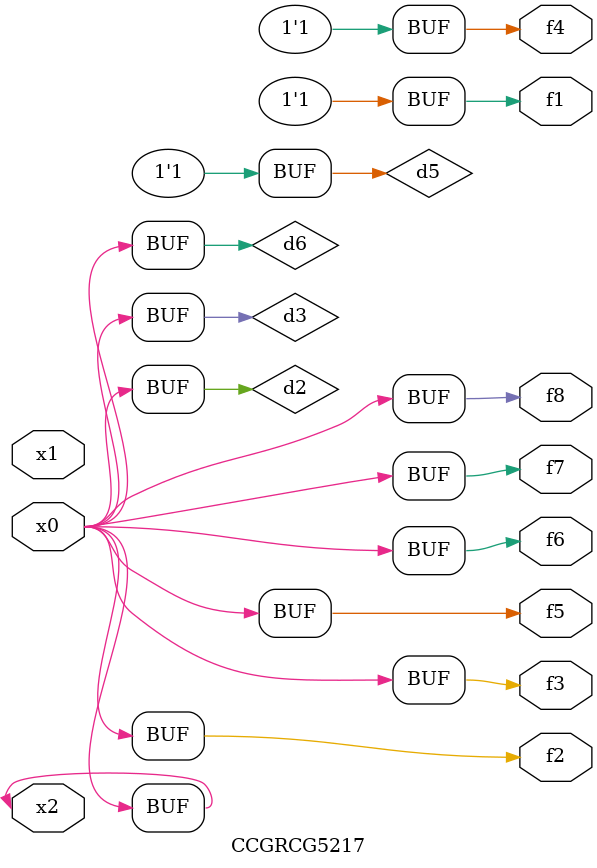
<source format=v>
module CCGRCG5217(
	input x0, x1, x2,
	output f1, f2, f3, f4, f5, f6, f7, f8
);

	wire d1, d2, d3, d4, d5, d6;

	xnor (d1, x2);
	buf (d2, x0, x2);
	and (d3, x0);
	xnor (d4, x1, x2);
	nand (d5, d1, d3);
	buf (d6, d2, d3);
	assign f1 = d5;
	assign f2 = d6;
	assign f3 = d6;
	assign f4 = d5;
	assign f5 = d6;
	assign f6 = d6;
	assign f7 = d6;
	assign f8 = d6;
endmodule

</source>
